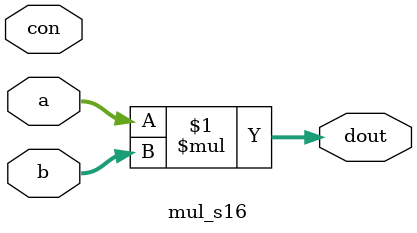
<source format=v>

module mul_s16 (
	a, b, dout, con
);
	input signed [15:0] a, b;
	output signed [31:0] dout;
	input con;

	// -> t« 16x16=32 rbgæZ
	assign dout = a * b;

endmodule

</source>
